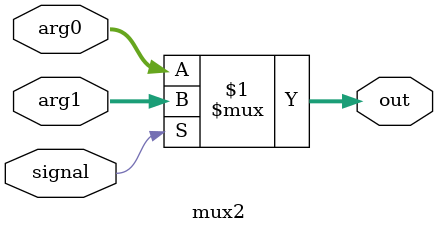
<source format=v>
`timescale 1ns / 1ps


module mux2 #(parameter WIDTH = 31)(
    input wire[WIDTH - 1 : 0] arg0, arg1,
    input wire signal,
    output wire[WIDTH - 1 : 0] out
    );

    assign out = signal ? arg1 : arg0;

endmodule

</source>
